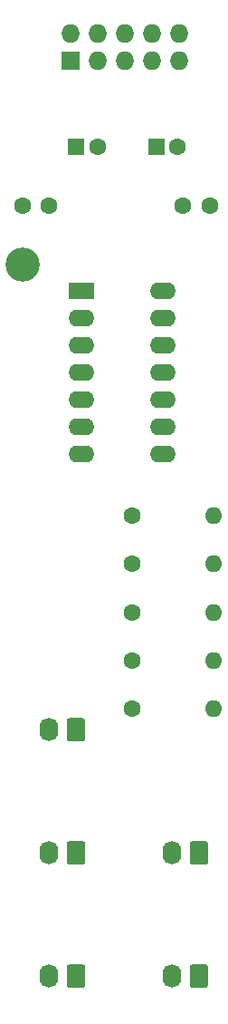
<source format=gbr>
%TF.GenerationSoftware,KiCad,Pcbnew,(5.1.8-0-10_14)*%
%TF.CreationDate,2021-08-22T20:49:35-04:00*%
%TF.ProjectId,bump,62756d70-2e6b-4696-9361-645f70636258,rev?*%
%TF.SameCoordinates,Original*%
%TF.FileFunction,Soldermask,Bot*%
%TF.FilePolarity,Negative*%
%FSLAX46Y46*%
G04 Gerber Fmt 4.6, Leading zero omitted, Abs format (unit mm)*
G04 Created by KiCad (PCBNEW (5.1.8-0-10_14)) date 2021-08-22 20:49:35*
%MOMM*%
%LPD*%
G01*
G04 APERTURE LIST*
%ADD10C,1.600000*%
%ADD11R,1.600000X1.600000*%
%ADD12C,3.200000*%
%ADD13O,1.740000X2.200000*%
%ADD14R,1.727200X1.727200*%
%ADD15O,1.727200X1.727200*%
%ADD16O,1.600000X1.600000*%
%ADD17R,2.400000X1.600000*%
%ADD18O,2.400000X1.600000*%
G04 APERTURE END LIST*
D10*
%TO.C,C1*%
X67500000Y-66000000D03*
D11*
X65500000Y-66000000D03*
%TD*%
%TO.C,C2*%
X58000000Y-66000000D03*
D10*
X60000000Y-66000000D03*
%TD*%
%TO.C,C3*%
X53000000Y-71500000D03*
X55500000Y-71500000D03*
%TD*%
%TO.C,C4*%
X70500000Y-71500000D03*
X68000000Y-71500000D03*
%TD*%
D12*
%TO.C,H1*%
X53000000Y-77000000D03*
%TD*%
%TO.C,INPUT1*%
G36*
G01*
X58870000Y-119649999D02*
X58870000Y-121350001D01*
G75*
G02*
X58620001Y-121600000I-249999J0D01*
G01*
X57379999Y-121600000D01*
G75*
G02*
X57130000Y-121350001I0J249999D01*
G01*
X57130000Y-119649999D01*
G75*
G02*
X57379999Y-119400000I249999J0D01*
G01*
X58620001Y-119400000D01*
G75*
G02*
X58870000Y-119649999I0J-249999D01*
G01*
G37*
D13*
X55460000Y-120500000D03*
%TD*%
D14*
%TO.C,J1*%
X57500000Y-58000000D03*
D15*
X57500000Y-55460000D03*
X60040000Y-58000000D03*
X60040000Y-55460000D03*
X62580000Y-58000000D03*
X62580000Y-55460000D03*
X65120000Y-58000000D03*
X65120000Y-55460000D03*
X67660000Y-58000000D03*
X67660000Y-55460000D03*
%TD*%
D13*
%TO.C,OUTPUT1*%
X66960000Y-132000000D03*
G36*
G01*
X70370000Y-131149999D02*
X70370000Y-132850001D01*
G75*
G02*
X70120001Y-133100000I-249999J0D01*
G01*
X68879999Y-133100000D01*
G75*
G02*
X68630000Y-132850001I0J249999D01*
G01*
X68630000Y-131149999D01*
G75*
G02*
X68879999Y-130900000I249999J0D01*
G01*
X70120001Y-130900000D01*
G75*
G02*
X70370000Y-131149999I0J-249999D01*
G01*
G37*
%TD*%
%TO.C,OUTPUT2*%
G36*
G01*
X58870000Y-131149999D02*
X58870000Y-132850001D01*
G75*
G02*
X58620001Y-133100000I-249999J0D01*
G01*
X57379999Y-133100000D01*
G75*
G02*
X57130000Y-132850001I0J249999D01*
G01*
X57130000Y-131149999D01*
G75*
G02*
X57379999Y-130900000I249999J0D01*
G01*
X58620001Y-130900000D01*
G75*
G02*
X58870000Y-131149999I0J-249999D01*
G01*
G37*
X55460000Y-132000000D03*
%TD*%
%TO.C,OUTPUT3*%
X66960000Y-143500000D03*
G36*
G01*
X70370000Y-142649999D02*
X70370000Y-144350001D01*
G75*
G02*
X70120001Y-144600000I-249999J0D01*
G01*
X68879999Y-144600000D01*
G75*
G02*
X68630000Y-144350001I0J249999D01*
G01*
X68630000Y-142649999D01*
G75*
G02*
X68879999Y-142400000I249999J0D01*
G01*
X70120001Y-142400000D01*
G75*
G02*
X70370000Y-142649999I0J-249999D01*
G01*
G37*
%TD*%
%TO.C,OUTPUT4*%
G36*
G01*
X58870000Y-142649999D02*
X58870000Y-144350001D01*
G75*
G02*
X58620001Y-144600000I-249999J0D01*
G01*
X57379999Y-144600000D01*
G75*
G02*
X57130000Y-144350001I0J249999D01*
G01*
X57130000Y-142649999D01*
G75*
G02*
X57379999Y-142400000I249999J0D01*
G01*
X58620001Y-142400000D01*
G75*
G02*
X58870000Y-142649999I0J-249999D01*
G01*
G37*
X55460000Y-143500000D03*
%TD*%
D10*
%TO.C,R1*%
X63295001Y-100500000D03*
D16*
X70915001Y-100500000D03*
%TD*%
%TO.C,R2*%
X70915001Y-105000000D03*
D10*
X63295001Y-105000000D03*
%TD*%
%TO.C,R3*%
X63295001Y-109500000D03*
D16*
X70915001Y-109500000D03*
%TD*%
%TO.C,R4*%
X70915001Y-114000000D03*
D10*
X63295001Y-114000000D03*
%TD*%
%TO.C,R5*%
X63295001Y-118500000D03*
D16*
X70915001Y-118500000D03*
%TD*%
D17*
%TO.C,U1*%
X58500000Y-79500000D03*
D18*
X66120000Y-94740000D03*
X58500000Y-82040000D03*
X66120000Y-92200000D03*
X58500000Y-84580000D03*
X66120000Y-89660000D03*
X58500000Y-87120000D03*
X66120000Y-87120000D03*
X58500000Y-89660000D03*
X66120000Y-84580000D03*
X58500000Y-92200000D03*
X66120000Y-82040000D03*
X58500000Y-94740000D03*
X66120000Y-79500000D03*
%TD*%
M02*

</source>
